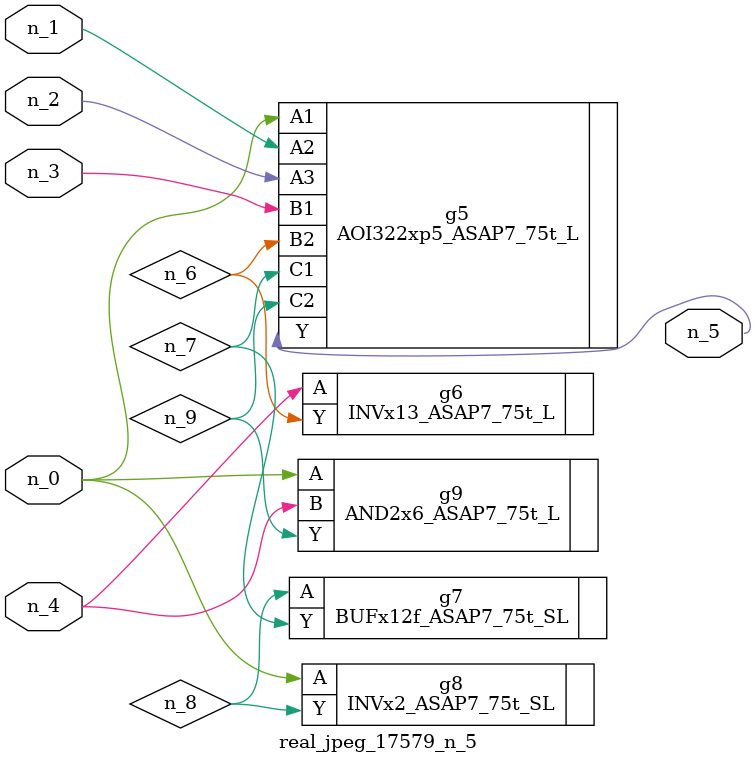
<source format=v>
module real_jpeg_17579_n_5 (n_4, n_0, n_1, n_2, n_3, n_5);

input n_4;
input n_0;
input n_1;
input n_2;
input n_3;

output n_5;

wire n_8;
wire n_6;
wire n_7;
wire n_9;

AOI322xp5_ASAP7_75t_L g5 ( 
.A1(n_0),
.A2(n_1),
.A3(n_2),
.B1(n_3),
.B2(n_6),
.C1(n_7),
.C2(n_9),
.Y(n_5)
);

INVx2_ASAP7_75t_SL g8 ( 
.A(n_0),
.Y(n_8)
);

AND2x6_ASAP7_75t_L g9 ( 
.A(n_0),
.B(n_4),
.Y(n_9)
);

INVx13_ASAP7_75t_L g6 ( 
.A(n_4),
.Y(n_6)
);

BUFx12f_ASAP7_75t_SL g7 ( 
.A(n_8),
.Y(n_7)
);


endmodule
</source>
